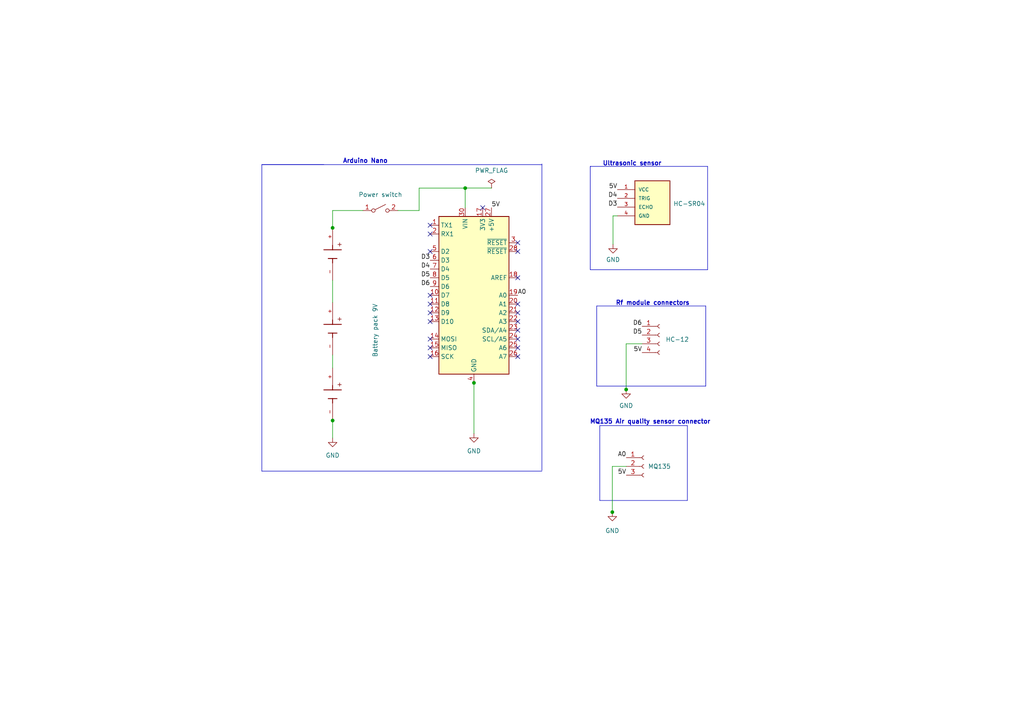
<source format=kicad_sch>
(kicad_sch (version 20230121) (generator eeschema)
  (paper "A4")
  (title_block (title "Toilet monitoring unit ver 1") (date "2024-04-29") (rev "1.0"))
  (lib_symbols
    (symbol "Battery holder:BC2AAPC" (pin_names (offset 1.016))
      (property "Reference" "BT" (at -6.3614 3.8138 0))
      (property "Value" "BC2AAPC" (at -6.3618 -6.3579 0))
      (symbol "BC2AAPC_0_0"
        (polyline (pts (xy -3.302 2.032) (xy -2.286 2.032)) (stroke (width 0.1524)))
        (polyline (pts (xy -2.794 2.54) (xy -2.794 1.524)) (stroke (width 0.1524)))
        (polyline (pts (xy -2.54 0) (xy -1.27 0)) (stroke (width 0.254)))
        (polyline (pts (xy -1.27 0) (xy -1.27 -2.54)) (stroke (width 0.254)))
        (polyline (pts (xy -1.27 2.54) (xy -1.27 0)) (stroke (width 0.254)))
        (polyline (pts (xy 1.27 0) (xy 1.27 -1.27)) (stroke (width 0.254)))
        (polyline (pts (xy 1.27 0) (xy 2.54 0)) (stroke (width 0.254)))
        (polyline (pts (xy 1.27 1.27) (xy 1.27 0)) (stroke (width 0.254)))
        (pin passive line (at -7.62 0 0) (length 5.08) (name "~") (number "+"))
        (pin passive line (at 7.62 0 180) (length 5.08) (name "~") (number "-"))
      )
    )
    (symbol "Connector:Conn_01x03_Socket" (pin_names (offset 1.016) hide)
      (property "Reference" "J" (at 0 5.08 0))
      (property "Value" "Conn_01x03_Socket" (at 0 -5.08 0))
      (symbol "Conn_01x03_Socket_1_1"
        (arc (start 0 -2.032) (mid -0.5058 -2.54) (end 0 -3.048) (stroke (width 0.1524)))
        (polyline (pts (xy -1.27 -2.54) (xy -0.508 -2.54)) (stroke (width 0.1524)))
        (polyline (pts (xy -1.27 0) (xy -0.508 0)) (stroke (width 0.1524)))
        (polyline (pts (xy -1.27 2.54) (xy -0.508 2.54)) (stroke (width 0.1524)))
        (arc (start 0 0.508) (mid -0.5058 0) (end 0 -0.508) (stroke (width 0.1524)))
        (arc (start 0 3.048) (mid -0.5058 2.54) (end 0 2.032) (stroke (width 0.1524)))
        (pin passive line (at -5.08 2.54 0) (length 3.81) (name "Pin_1") (number "1"))
        (pin passive line (at -5.08 0 0) (length 3.81) (name "Pin_2") (number "2"))
        (pin passive line (at -5.08 -2.54 0) (length 3.81) (name "Pin_3") (number "3"))
      )
    )
    (symbol "Connector:Conn_01x04_Socket" (pin_names (offset 1.016) hide)
      (property "Reference" "J" (at 0 5.08 0))
      (property "Value" "Conn_01x04_Socket" (at 0 -7.62 0))
      (symbol "Conn_01x04_Socket_1_1"
        (arc (start 0 -4.572) (mid -0.5058 -5.08) (end 0 -5.588) (stroke (width 0.1524)))
        (arc (start 0 -2.032) (mid -0.5058 -2.54) (end 0 -3.048) (stroke (width 0.1524)))
        (polyline (pts (xy -1.27 -5.08) (xy -0.508 -5.08)) (stroke (width 0.1524)))
        (polyline (pts (xy -1.27 -2.54) (xy -0.508 -2.54)) (stroke (width 0.1524)))
        (polyline (pts (xy -1.27 0) (xy -0.508 0)) (stroke (width 0.1524)))
        (polyline (pts (xy -1.27 2.54) (xy -0.508 2.54)) (stroke (width 0.1524)))
        (arc (start 0 0.508) (mid -0.5058 0) (end 0 -0.508) (stroke (width 0.1524)))
        (arc (start 0 3.048) (mid -0.5058 2.54) (end 0 2.032) (stroke (width 0.1524)))
        (pin passive line (at -5.08 2.54 0) (length 3.81) (name "Pin_1") (number "1"))
        (pin passive line (at -5.08 0 0) (length 3.81) (name "Pin_2") (number "2"))
        (pin passive line (at -5.08 -2.54 0) (length 3.81) (name "Pin_3") (number "3"))
        (pin passive line (at -5.08 -5.08 0) (length 3.81) (name "Pin_4") (number "4"))
      )
    )
    (symbol "HC-SR04:HC-SR04" (pin_names (offset 1.016))
      (property "Reference" "U" (at 0 5.0813 0))
      (property "Value" "HC-SR04" (at 0 -10.163 0))
      (symbol "HC-SR04_0_0"
        (rectangle (start 0 -7.62) (end 10.16 5.08) (stroke (width 0.254)) (fill (type background)))
        (pin power_in line (at -5.08 2.54 0) (length 5.08) (name "VCC") (number "1"))
        (pin bidirectional line (at -5.08 0 0) (length 5.08) (name "TRIG") (number "2"))
        (pin bidirectional line (at -5.08 -2.54 0) (length 5.08) (name "ECHO") (number "3"))
        (pin power_in line (at -5.08 -5.08 0) (length 5.08) (name "GND") (number "4"))
      )
    )
    (symbol "MCU_Module:Arduino_Nano_Every"
      (property "Reference" "A" (at -10.16 23.495 0))
      (property "Value" "Arduino_Nano_Every" (at 5.08 -24.13 0))
      (symbol "Arduino_Nano_Every_0_1"
        (rectangle (start -10.16 22.86) (end 10.16 -22.86) (stroke (width 0.254)) (fill (type background)))
      )
      (symbol "Arduino_Nano_Every_1_1"
        (pin bidirectional line (at -12.7 20.32 0) (length 2.54) (name "TX1") (number "1"))
        (pin bidirectional line (at -12.7 0 0) (length 2.54) (name "D7") (number "10"))
        (pin bidirectional line (at -12.7 -2.54 0) (length 2.54) (name "D8") (number "11"))
        (pin bidirectional line (at -12.7 -5.08 0) (length 2.54) (name "D9") (number "12"))
        (pin bidirectional line (at -12.7 -7.62 0) (length 2.54) (name "D10") (number "13"))
        (pin bidirectional line (at -12.7 -12.7 0) (length 2.54) (name "MOSI") (number "14"))
        (pin bidirectional line (at -12.7 -15.24 0) (length 2.54) (name "MISO") (number "15"))
        (pin bidirectional line (at -12.7 -17.78 0) (length 2.54) (name "SCK") (number "16"))
        (pin power_out line (at 2.54 25.4 270) (length 2.54) (name "3V3") (number "17"))
        (pin input line (at 12.7 5.08 180) (length 2.54) (name "AREF") (number "18"))
        (pin bidirectional line (at 12.7 0 180) (length 2.54) (name "A0") (number "19"))
        (pin bidirectional line (at -12.7 17.78 0) (length 2.54) (name "RX1") (number "2"))
        (pin bidirectional line (at 12.7 -2.54 180) (length 2.54) (name "A1") (number "20"))
        (pin bidirectional line (at 12.7 -5.08 180) (length 2.54) (name "A2") (number "21"))
        (pin bidirectional line (at 12.7 -7.62 180) (length 2.54) (name "A3") (number "22"))
        (pin bidirectional line (at 12.7 -10.16 180) (length 2.54) (name "SDA/A4") (number "23"))
        (pin bidirectional line (at 12.7 -12.7 180) (length 2.54) (name "SCL/A5") (number "24"))
        (pin bidirectional line (at 12.7 -15.24 180) (length 2.54) (name "A6") (number "25"))
        (pin bidirectional line (at 12.7 -17.78 180) (length 2.54) (name "A7") (number "26"))
        (pin power_out line (at 5.08 25.4 270) (length 2.54) (name "+5V") (number "27"))
        (pin input line (at 12.7 12.7 180) (length 2.54) (name "~{RESET}") (number "28"))
        (pin passive line (at 0 -25.4 90) (length 2.54) hide (name "GND") (number "29"))
        (pin input line (at 12.7 15.24 180) (length 2.54) (name "~{RESET}") (number "3"))
        (pin power_in line (at -2.54 25.4 270) (length 2.54) (name "VIN") (number "30"))
        (pin power_in line (at 0 -25.4 90) (length 2.54) (name "GND") (number "4"))
        (pin bidirectional line (at -12.7 12.7 0) (length 2.54) (name "D2") (number "5"))
        (pin bidirectional line (at -12.7 10.16 0) (length 2.54) (name "D3") (number "6"))
        (pin bidirectional line (at -12.7 7.62 0) (length 2.54) (name "D4") (number "7"))
        (pin bidirectional line (at -12.7 5.08 0) (length 2.54) (name "D5") (number "8"))
        (pin bidirectional line (at -12.7 2.54 0) (length 2.54) (name "D6") (number "9"))
      )
    )
    (symbol "Switch:SW_SPST" (pin_names (offset 0) hide)
      (property "Reference" "SW" (at 0 3.175 0))
      (property "Value" "SW_SPST" (at 0 -2.54 0))
      (symbol "SW_SPST_0_0"
        (circle (center -2.032 0) (radius 0.508))
        (polyline (pts (xy -1.524 0.254) (xy 1.524 1.778)))
        (circle (center 2.032 0) (radius 0.508))
      )
      (symbol "SW_SPST_1_1"
        (pin passive line (at -5.08 0 0) (length 2.54) (name "A") (number "1"))
        (pin passive line (at 5.08 0 180) (length 2.54) (name "B") (number "2"))
      )
    )
    (symbol "power:GND" (power) (pin_names (offset 0))
      (property "Value" "GND" (at 0 -3.81 0))
      (symbol "GND_0_1"
        (polyline (pts (xy 0 0) (xy 0 -1.27) (xy 1.27 -1.27) (xy 0 -2.54) (xy -1.27 -1.27) (xy 0 -1.27)))
      )
      (symbol "GND_1_1"
        (pin power_in line (at 0 0 270) (length 0) hide (name "GND") (number "1"))
      )
    )
    (symbol "power:PWR_FLAG" (power) (pin_numbers hide) (pin_names (offset 0) hide)
      (property "Value" "PWR_FLAG" (at 0 3.81 0))
      (symbol "PWR_FLAG_0_0"
        (pin power_out line (at 0 0 90) (length 0) (name "pwr") (number "1"))
      )
      (symbol "PWR_FLAG_0_1"
        (polyline (pts (xy 0 0) (xy 0 1.27) (xy -1.016 1.905) (xy 0 2.54) (xy 1.016 1.905) (xy 0 1.27)))
      )
    )
  )
  (junction (at 134.9248 54.5592))
  (junction (at 96.4692 66.0908))
  (junction (at 96.4692 121.9708))
  (junction (at 181.61 112.9792))
  (junction (at 177.5968 148.5392))
  (junction (at 137.4648 111.0488))
  (no_connect (at 124.7648 72.9488))
  (no_connect (at 150.1648 98.3488))
  (no_connect (at 150.1648 70.4088))
  (no_connect (at 124.7648 67.8688))
  (no_connect (at 124.7648 88.1888))
  (no_connect (at 150.1648 90.7288))
  (no_connect (at 124.7648 103.4288))
  (no_connect (at 150.1648 80.5688))
  (no_connect (at 150.1648 93.2688))
  (no_connect (at 124.7648 100.8888))
  (no_connect (at 150.1648 100.8888))
  (no_connect (at 124.7648 85.6488))
  (no_connect (at 150.1648 72.9488))
  (no_connect (at 124.7648 90.7288))
  (no_connect (at 124.7648 93.2688))
  (no_connect (at 150.1648 103.4288))
  (no_connect (at 140.0048 60.2488))
  (no_connect (at 124.7648 65.3288))
  (no_connect (at 150.1648 95.8088))
  (no_connect (at 124.7648 98.3488))
  (no_connect (at 150.1648 88.1888))
  (wire (pts (xy 96.4692 121.92) (xy 96.4692 121.9708)))
  (wire (pts (xy 137.4648 111.0488) (xy 137.4648 125.73)))
  (wire (pts (xy 137.4648 110.7948) (xy 137.4648 111.0488)))
  (polyline (pts (xy 205.232 78.232) (xy 171.196 78.232)))
  (wire (pts (xy 177.5968 135.2804) (xy 177.5968 148.5392)))
  (polyline (pts (xy 157.1752 47.5488) (xy 157.1752 136.4488)))
  (polyline (pts (xy 199.3646 145.161) (xy 173.9646 145.161)))
  (wire (pts (xy 121.5644 54.5592) (xy 134.9248 54.5592)))
  (wire (pts (xy 181.61 112.9792) (xy 181.61 113.0808)))
  (wire (pts (xy 177.8 62.611) (xy 177.8 70.866)))
  (wire (pts (xy 134.9248 54.5592) (xy 134.9248 60.2488)))
  (polyline (pts (xy 204.6986 88.7476) (xy 204.6986 111.9886)))
  (wire (pts (xy 96.4692 66.0908) (xy 96.4692 66.1416)))
  (polyline (pts (xy 75.946 47.752) (xy 157.1752 47.752)))
  (wire (pts (xy 181.6608 135.2804) (xy 177.5968 135.2804)))
  (wire (pts (xy 96.4692 61.0616) (xy 96.4692 66.0908)))
  (wire (pts (xy 181.61 99.7204) (xy 181.61 112.9792)))
  (wire (pts (xy 134.9248 54.5338) (xy 134.9248 54.5592)))
  (polyline (pts (xy 75.946 47.752) (xy 93.9292 47.752)))
  (polyline (pts (xy 173.9646 123.444) (xy 173.9646 145.161)))
  (polyline (pts (xy 171.196 48.26) (xy 171.323 48.26)))
  (polyline (pts (xy 171.196 78.232) (xy 171.196 48.26)))
  (polyline (pts (xy 204.6986 111.9886) (xy 173.0756 111.9886)))
  (wire (pts (xy 179.07 62.611) (xy 177.8 62.611)))
  (polyline (pts (xy 173.0756 88.7476) (xy 173.0756 111.9886)))
  (polyline (pts (xy 173.0756 88.7476) (xy 204.6986 88.7476)))
  (polyline (pts (xy 205.232 48.26) (xy 205.232 78.232)))
  (wire (pts (xy 96.4692 121.9708) (xy 96.4692 127.0508)))
  (wire (pts (xy 96.4692 102.9716) (xy 96.4692 106.7308)))
  (wire (pts (xy 105.2576 61.0616) (xy 96.4692 61.0616)))
  (wire (pts (xy 186.2328 99.7204) (xy 181.61 99.7204)))
  (polyline (pts (xy 157.1752 136.652) (xy 75.946 136.652)))
  (polyline (pts (xy 171.196 48.26) (xy 205.232 48.26)))
  (wire (pts (xy 134.9248 54.5338) (xy 142.5702 54.5338)))
  (polyline (pts (xy 199.3646 123.444) (xy 199.3646 145.161)))
  (wire (pts (xy 96.4692 81.3308) (xy 96.4692 87.7316)))
  (polyline (pts (xy 75.946 136.652) (xy 75.946 47.752)))
  (polyline (pts (xy 173.9646 123.444) (xy 199.3646 123.444)))
  (wire (pts (xy 177.5968 148.5392) (xy 177.5968 148.6408)))
  (wire (pts (xy 121.5644 54.5592) (xy 121.5644 61.0616)))
  (wire (pts (xy 115.4176 61.0616) (xy 121.5644 61.0616)))
  (text "Rf module connectors\n" (at 178.5366 88.7476 0) (effects (font (size 1.27 1.27) (thickness 0.254) bold) (justify left bottom)))
  (text "Arduino Nano\n" (at 99.3902 47.5488 0) (effects (font (size 1.27 1.27) (thickness 0.254) bold) (justify left bottom)))
  (text "MQ135 Air quality sensor connector\n\n" (at 171.0436 125.222 0) (effects (font (size 1.27 1.27) (thickness 0.254) bold) (justify left bottom)))
  (text "Ultrasonic sensor\n" (at 174.752 48.26 0) (effects (font (size 1.27 1.27) (thickness 0.254) bold) (justify left bottom)))
  (label "D3" (at 179.07 60.071 180))
  (label "D3" (at 124.7648 75.4888 180))
  (label "A0" (at 150.1648 85.6488 0))
  (label "5V" (at 179.07 54.991 180))
  (label "5V" (at 186.2328 102.2604 180))
  (label "5V" (at 142.5448 60.2488 0))
  (label "D6" (at 124.7648 83.1088 180))
  (label "5V" (at 181.6608 137.8204 180))
  (label "D6" (at 186.2328 94.6404 180))
  (label "D5" (at 124.7648 80.5688 180))
  (label "D5" (at 186.2328 97.1804 180))
  (label "D4" (at 179.07 57.531 180))
  (label "D4" (at 124.7648 78.0288 180))
  (label "A0" (at 181.6608 132.7404 180))
  (symbol (lib_id "power:PWR_FLAG") (at 142.5702 54.5338 0) (unit 1)
    (property "Reference" "#FLG01" (effects hide))
    (property "Value" "PWR_FLAG" (at 142.5702 49.4538 0))
  )
  (symbol (lib_id "Battery holder:BC2AAPC") (at 96.4692 95.3516 270) (unit 1)
    (property "Reference" "BT4" (effects hide))
    (property "Value" "Battery pack 9V" (at 108.8136 95.8088 0))
    (property "Footprint" "Battery holder:BAT_BC2AAPC" (effects hide))
    (property "MF" "MPD (Memory" (effects hide))
    (property "MAXIMUM_PACKAGE_HEIGHT" "15.00mm" (effects hide))
    (property "Package" "None" (effects hide))
    (property "Price" "None" (effects hide))
    (property "Check_prices" "https://www.snapeda.com/parts/BC2AAPC/MPD+%2528Memory+Protection+Devices%2529/view-part/?ref=eda" (effects hide))
    (property "STANDARD" "Manufacturer Recommendations" (effects hide))
    (property "PARTREV" "M" (effects hide))
    (property "SnapEDA_Link" "https://www.snapeda.com/parts/BC2AAPC/MPD+%2528Memory+Protection+Devices%2529/view-part/?ref=snap" (effects hide))
    (property "MP" "BC2AAPC" (effects hide))
    (property "Description" "\nBattery Holder (Open) AA 2 Cell PC Pin\n" (effects hide))
    (property "Availability" "In Stock" (effects hide))
    (property "MANUFACTURER" "MPD" (effects hide))
  )
  (symbol (lib_id "Battery holder:BC2AAPC") (at 96.4692 114.3508 270) (unit 1)
    (property "Reference" "BT5" (effects hide))
    (property "Value" "Battery pack 3.7v " (effects hide))
    (property "Footprint" "Battery holder:BAT_BC2AAPC" (effects hide))
    (property "MF" "MPD (Memory" (effects hide))
    (property "MAXIMUM_PACKAGE_HEIGHT" "15.00mm" (effects hide))
    (property "Package" "None" (effects hide))
    (property "Price" "None" (effects hide))
    (property "Check_prices" "https://www.snapeda.com/parts/BC2AAPC/MPD+%2528Memory+Protection+Devices%2529/view-part/?ref=eda" (effects hide))
    (property "STANDARD" "Manufacturer Recommendations" (effects hide))
    (property "PARTREV" "M" (effects hide))
    (property "SnapEDA_Link" "https://www.snapeda.com/parts/BC2AAPC/MPD+%2528Memory+Protection+Devices%2529/view-part/?ref=snap" (effects hide))
    (property "MP" "BC2AAPC" (effects hide))
    (property "Description" "\nBattery Holder (Open) AA 2 Cell PC Pin\n" (effects hide))
    (property "Availability" "In Stock" (effects hide))
    (property "MANUFACTURER" "MPD" (effects hide))
  )
  (symbol (lib_id "power:GND") (at 177.5968 148.5392 0) (unit 1)
    (property "Reference" "#PWR03" (effects hide))
    (property "Value" "GND" (at 177.5968 153.924 0))
  )
  (symbol (lib_id "Battery holder:BC2AAPC") (at 96.4692 73.7108 270) (unit 1)
    (property "Reference" "BT1" (effects hide))
    (property "Value" "Battery pack 3.7v " (effects hide))
    (property "Footprint" "Battery holder:BAT_BC2AAPC" (effects hide))
    (property "MF" "MPD (Memory" (effects hide))
    (property "MAXIMUM_PACKAGE_HEIGHT" "15.00mm" (effects hide))
    (property "Package" "None" (effects hide))
    (property "Price" "None" (effects hide))
    (property "Check_prices" "https://www.snapeda.com/parts/BC2AAPC/MPD+%2528Memory+Protection+Devices%2529/view-part/?ref=eda" (effects hide))
    (property "STANDARD" "Manufacturer Recommendations" (effects hide))
    (property "PARTREV" "M" (effects hide))
    (property "SnapEDA_Link" "https://www.snapeda.com/parts/BC2AAPC/MPD+%2528Memory+Protection+Devices%2529/view-part/?ref=snap" (effects hide))
    (property "MP" "BC2AAPC" (effects hide))
    (property "Description" "\nBattery Holder (Open) AA 2 Cell PC Pin\n" (effects hide))
    (property "Availability" "In Stock" (effects hide))
    (property "MANUFACTURER" "MPD" (effects hide))
  )
  (symbol (lib_id "Connector:Conn_01x03_Socket") (at 186.7408 135.2804 0) (unit 1)
    (property "Reference" "J1" (effects hide))
    (property "Value" "MQ135" (at 187.96 135.2804 0) (effects (justify left)))
    (property "Footprint" "Connector_PinSocket_2.54mm:PinSocket_1x03_P2.54mm_Vertical" (effects hide))
  )
  (symbol (lib_id "power:GND") (at 181.61 112.9792 0) (unit 1)
    (property "Reference" "#PWR04" (effects hide))
    (property "Value" "GND" (at 181.61 117.6528 0))
  )
  (symbol (lib_id "Switch:SW_SPST") (at 110.3376 61.0616 0) (unit 1)
    (property "Reference" "SW2" (effects hide))
    (property "Value" "Power switch" (at 110.3376 56.4388 0))
    (property "Footprint" "Button_Switch_THT:SW_E-Switch_EG1224_SPDT_Angled" (effects hide))
  )
  (symbol (lib_id "power:GND") (at 96.4692 127.0508 0) (unit 1)
    (property "Reference" "#PWR05" (effects hide))
    (property "Value" "GND" (at 96.4692 132.08 0))
  )
  (symbol (lib_id "power:GND") (at 137.4648 125.73 0) (unit 1)
    (property "Reference" "#PWR02" (effects hide))
    (property "Value" "GND" (at 137.4648 130.81 0))
  )
  (symbol (lib_id "power:GND") (at 177.8 70.866 0) (unit 1)
    (property "Reference" "#PWR01" (effects hide))
    (property "Value" "GND" (at 177.8 75.311 0))
  )
  (symbol (lib_id "HC-SR04:HC-SR04") (at 184.15 57.531 0) (unit 1)
    (property "Reference" "U1" (effects hide))
    (property "Value" "HC-SR04" (at 195.2752 59.0804 0) (effects (justify left)))
    (property "Footprint" "HC-SR04:XCVR_HC-SR04" (effects hide))
    (property "MF" "SparkFun Electronics" (effects hide))
    (property "Description" "\nHC-SR04 Ultrasonic Sensor Qwiic Platform Evaluation Expansion Board\n" (effects hide))
    (property "Package" "None" (effects hide))
    (property "Price" "None" (effects hide))
    (property "Check_prices" "https://www.snapeda.com/parts/HC-SR04/SparkFun+Electronics/view-part/?ref=eda" (effects hide))
    (property "SnapEDA_Link" "https://www.snapeda.com/parts/HC-SR04/SparkFun+Electronics/view-part/?ref=snap" (effects hide))
    (property "MP" "HC-SR04" (effects hide))
    (property "Availability" "Not in stock" (effects hide))
    (property "MANUFACTURER" "Osepp" (effects hide))
  )
  (symbol (lib_id "MCU_Module:Arduino_Nano_Every") (at 137.4648 85.6488 0) (unit 1)
    (property "Reference" "A1" (effects hide))
    (property "Value" "Arduino_Nano_Every" (effects hide))
    (property "Footprint" "Module:Arduino_Nano" (effects hide))
    (property "Datasheet" "https://content.arduino.cc/assets/NANOEveryV3.0_sch.pdf" (effects hide))
  )
  (symbol (lib_id "Connector:Conn_01x04_Socket") (at 191.3128 97.1804 0) (unit 1)
    (property "Reference" "J3" (effects hide))
    (property "Value" "HC-12" (at 193.04 98.4504 0) (effects (justify left)))
    (property "Footprint" "Connector_PinSocket_2.54mm:PinSocket_1x04_P2.54mm_Vertical" (effects hide))
  )
)
</source>
